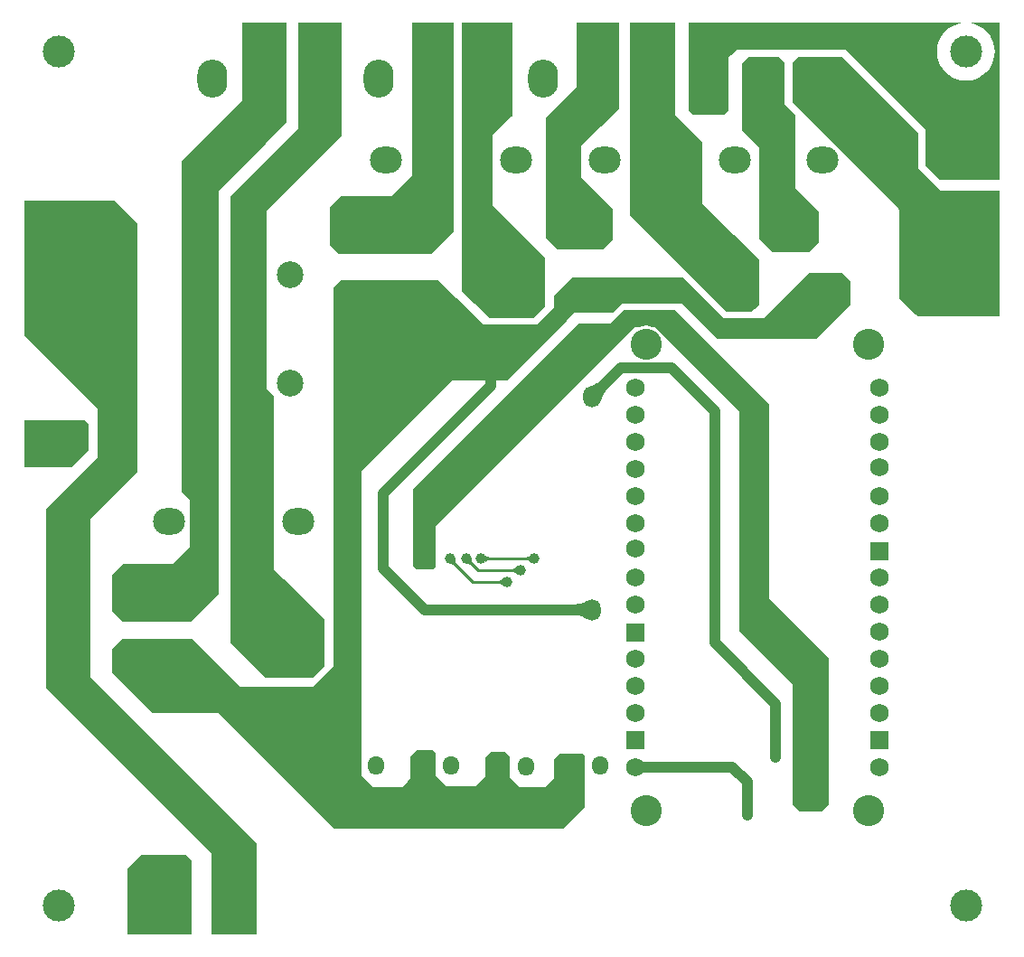
<source format=gbl>
G04 Layer_Physical_Order=2*
G04 Layer_Color=16711680*
%FSLAX44Y44*%
%MOMM*%
G71*
G01*
G75*
%ADD17C,1.0000*%
%ADD18C,0.2540*%
%ADD19C,1.5000*%
%ADD21R,1.7526X1.7526*%
%ADD22C,2.9210*%
%ADD23C,1.7526*%
%ADD24O,1.6510X2.0320*%
%ADD25O,2.7940X3.5560*%
%ADD26C,2.5000*%
%ADD27C,2.2860*%
%ADD28R,2.2860X2.2860*%
%ADD29O,3.0000X2.5000*%
%ADD30R,1.5240X1.7780*%
%ADD31O,1.5240X1.7780*%
%ADD32C,3.0000*%
%ADD33C,1.0000*%
%ADD34C,1.5000*%
G36*
X-8571Y-100500D02*
X-9007Y-100076D01*
X-9441Y-99697D01*
X-9873Y-99363D01*
X-10302Y-99073D01*
X-10730Y-98827D01*
X-11155Y-98627D01*
X-11579Y-98471D01*
X-12000Y-98359D01*
X-12419Y-98292D01*
X-12836Y-98270D01*
Y-95730D01*
X-12419Y-95708D01*
X-12000Y-95641D01*
X-11579Y-95529D01*
X-11155Y-95373D01*
X-10730Y-95173D01*
X-10302Y-94927D01*
X-9873Y-94637D01*
X-9441Y-94303D01*
X-9007Y-93924D01*
X-8571Y-93500D01*
Y-100500D01*
D02*
G37*
G36*
X70409Y-131777D02*
X69450Y-131059D01*
X68414Y-130417D01*
X67300Y-129851D01*
X66109Y-129360D01*
X64842Y-128944D01*
X63497Y-128604D01*
X62074Y-128340D01*
X60575Y-128151D01*
X58998Y-128038D01*
X57344Y-128000D01*
Y-118000D01*
X58998Y-117962D01*
X62074Y-117660D01*
X63497Y-117396D01*
X64842Y-117056D01*
X66109Y-116641D01*
X67300Y-116150D01*
X68414Y-115583D01*
X69450Y-114941D01*
X70409Y-114223D01*
Y-131777D01*
D02*
G37*
G36*
X4429Y-89500D02*
X3993Y-89076D01*
X3559Y-88697D01*
X3127Y-88363D01*
X2698Y-88073D01*
X2270Y-87828D01*
X1845Y-87627D01*
X1421Y-87471D01*
X1000Y-87359D01*
X581Y-87292D01*
X164Y-87270D01*
Y-84730D01*
X581Y-84708D01*
X1000Y-84641D01*
X1421Y-84529D01*
X1845Y-84373D01*
X2270Y-84172D01*
X2698Y-83927D01*
X3127Y-83637D01*
X3559Y-83303D01*
X3993Y-82924D01*
X4429Y-82500D01*
Y-89500D01*
D02*
G37*
G36*
X-37991Y-75658D02*
X-37953Y-76233D01*
X-37884Y-76775D01*
X-37785Y-77284D01*
X-37656Y-77759D01*
X-37497Y-78202D01*
X-37308Y-78612D01*
X-37089Y-78989D01*
X-36840Y-79332D01*
X-36561Y-79643D01*
X-38357Y-81439D01*
X-38668Y-81160D01*
X-39011Y-80911D01*
X-39388Y-80692D01*
X-39798Y-80503D01*
X-40241Y-80344D01*
X-40716Y-80215D01*
X-41225Y-80116D01*
X-41767Y-80047D01*
X-42342Y-80008D01*
X-42950Y-80000D01*
X-38000Y-75050D01*
X-37991Y-75658D01*
D02*
G37*
G36*
X-53128Y-76330D02*
X-53158Y-76877D01*
X-53148Y-77394D01*
X-53099Y-77884D01*
X-53010Y-78346D01*
X-52881Y-78780D01*
X-52712Y-79186D01*
X-52504Y-79564D01*
X-52256Y-79914D01*
X-51968Y-80236D01*
X-54029Y-81767D01*
X-54324Y-81500D01*
X-54656Y-81253D01*
X-55025Y-81025D01*
X-55432Y-80815D01*
X-55876Y-80625D01*
X-56357Y-80453D01*
X-56876Y-80301D01*
X-58026Y-80052D01*
X-58658Y-79957D01*
X-53058Y-75757D01*
X-53128Y-76330D01*
D02*
G37*
G36*
X-211000Y393000D02*
Y334000D01*
X-231000Y314000D01*
X-275000Y270000D01*
Y-86000D01*
Y-108000D01*
X-292000Y-125000D01*
X-301000Y-134000D01*
X-365000D01*
X-366000Y-133000D01*
X-375000Y-124000D01*
Y-97000D01*
Y-90000D01*
X-369000Y-84000D01*
X-365000Y-80000D01*
X-318000D01*
X-312000Y-74000D01*
X-302000Y-64000D01*
Y-32000D01*
Y-20000D01*
X-305000Y-17000D01*
X-310000Y-12000D01*
Y251000D01*
Y297000D01*
X-297000Y310000D01*
X-253000Y354000D01*
Y355000D01*
Y426941D01*
X-211000D01*
Y393000D01*
D02*
G37*
G36*
X-351000Y239000D02*
Y103000D01*
Y6000D01*
X-361000Y-4000D01*
X-395000Y-38000D01*
X-395000Y-186000D01*
X-239000Y-342000D01*
Y-426941D01*
X-282000D01*
Y-351000D01*
X-336000Y-297000D01*
X-437000Y-196000D01*
Y-105000D01*
Y-29000D01*
X-407000Y1000D01*
X-388000Y20000D01*
Y25000D01*
Y65000D01*
X-435000Y112000D01*
X-456941Y133941D01*
Y260000D01*
X-372000D01*
X-351000Y239000D01*
D02*
G37*
G36*
X-304000Y-354000D02*
X-300000Y-358000D01*
Y-380000D01*
Y-426941D01*
X-360000D01*
Y-397000D01*
Y-365000D01*
X-354000Y-359000D01*
X-348000Y-353000D01*
X-305000D01*
X-304000Y-354000D01*
D02*
G37*
G36*
X208000Y103000D02*
X241000Y70000D01*
Y-57000D01*
Y-112000D01*
X263000Y-134000D01*
X297000Y-168000D01*
Y-291000D01*
X297000Y-305000D01*
X290000Y-312000D01*
X272000Y-312000D01*
X269000D01*
X266000Y-309000D01*
X263000Y-306000D01*
Y-281000D01*
Y-193000D01*
X233000Y-163000D01*
X213000Y-143000D01*
Y-55000D01*
Y63000D01*
X186000Y90000D01*
X134000Y142000D01*
X131825D01*
X128571Y142987D01*
X125160Y143323D01*
X121749Y142987D01*
X118495Y142000D01*
X115000D01*
X107000Y134000D01*
X-72000Y-45000D01*
Y-82000D01*
Y-83000D01*
X-74000Y-85000D01*
X-90000D01*
X-93000Y-82000D01*
Y-10000D01*
X-31000Y52000D01*
X62000Y145000D01*
X92000D01*
X105000Y158000D01*
X153000D01*
X208000Y103000D01*
D02*
G37*
G36*
X-160000Y384000D02*
Y321000D01*
X-199000Y282000D01*
X-230000Y251000D01*
Y108000D01*
Y84000D01*
X-229000Y83000D01*
X-223000Y77000D01*
Y-22000D01*
Y-85000D01*
X-214000Y-94000D01*
X-176000Y-132000D01*
Y-149000D01*
Y-176000D01*
X-178000Y-178000D01*
X-187000Y-187000D01*
X-231000D01*
X-234000Y-184000D01*
X-264000Y-154000D01*
X-264000Y264000D01*
X-200000Y328000D01*
Y329000D01*
Y426941D01*
X-160000D01*
Y384000D01*
D02*
G37*
G36*
X121520Y-264481D02*
X121862Y-264674D01*
X122283Y-264844D01*
X122783Y-264992D01*
X123363Y-265117D01*
X124022Y-265219D01*
X125579Y-265355D01*
X127454Y-265400D01*
Y-275400D01*
X126477Y-275411D01*
X124022Y-275581D01*
X123363Y-275683D01*
X122783Y-275808D01*
X122283Y-275956D01*
X121862Y-276126D01*
X121520Y-276319D01*
X121258Y-276534D01*
Y-264266D01*
X121520Y-264481D01*
D02*
G37*
G36*
X-24993Y-71924D02*
X-24559Y-72303D01*
X-24127Y-72637D01*
X-23698Y-72927D01*
X-23270Y-73172D01*
X-22845Y-73373D01*
X-22421Y-73529D01*
X-22000Y-73641D01*
X-21581Y-73708D01*
X-21164Y-73730D01*
Y-76270D01*
X-21581Y-76292D01*
X-22000Y-76359D01*
X-22421Y-76471D01*
X-22845Y-76627D01*
X-23270Y-76828D01*
X-23698Y-77073D01*
X-24127Y-77363D01*
X-24559Y-77697D01*
X-24993Y-78076D01*
X-25429Y-78500D01*
Y-71500D01*
X-24993Y-71924D01*
D02*
G37*
G36*
X255000Y390000D02*
Y389000D01*
Y351000D01*
X257000Y349000D01*
X265000Y341000D01*
Y315000D01*
Y272000D01*
X273000Y264000D01*
X287000Y250000D01*
Y236000D01*
Y221000D01*
X281000Y215000D01*
X278000Y212000D01*
X244000D01*
X241000Y215000D01*
X231000Y225000D01*
Y266000D01*
Y310000D01*
X229000Y312000D01*
X215000Y326000D01*
Y355000D01*
Y389000D01*
X221000Y395000D01*
X250000D01*
X255000Y390000D01*
D02*
G37*
G36*
X153000Y402000D02*
Y340000D01*
X156000Y337000D01*
X178000Y315000D01*
Y299000D01*
Y258000D01*
X208000Y228000D01*
X231000Y205000D01*
Y194000D01*
Y163000D01*
X227000Y159000D01*
X224000Y156000D01*
X201000D01*
X187000Y170000D01*
X110000Y247000D01*
Y362000D01*
Y426941D01*
X153000D01*
Y402000D01*
D02*
G37*
G36*
X100000Y396000D02*
Y347000D01*
X83000Y330000D01*
X65000Y312000D01*
Y301000D01*
Y282000D01*
X78000Y269000D01*
X94000Y253000D01*
Y244000D01*
Y224000D01*
X93000Y223000D01*
X85000Y215000D01*
X42000D01*
X40000Y217000D01*
X32000Y225000D01*
Y266000D01*
X32000Y338000D01*
X60000Y366000D01*
X60000Y426941D01*
X100000D01*
Y396000D01*
D02*
G37*
G36*
X456941Y280000D02*
X400000D01*
X398000Y282000D01*
X387000Y293000D01*
Y321000D01*
Y327000D01*
X343000Y371000D01*
X312000Y402000D01*
X210000D01*
X205000Y397000D01*
X203000Y395000D01*
Y358000D01*
Y345000D01*
X199000Y341000D01*
X169000D01*
X165000Y345000D01*
Y426941D01*
X423192D01*
X420763Y426750D01*
X416631Y425758D01*
X412704Y424132D01*
X409081Y421911D01*
X405849Y419151D01*
X403089Y415919D01*
X400868Y412296D01*
X399242Y408369D01*
X398250Y404237D01*
X397917Y400000D01*
X398250Y395763D01*
X399242Y391631D01*
X400868Y387704D01*
X403089Y384081D01*
X405849Y380849D01*
X409081Y378089D01*
X412704Y375868D01*
X416631Y374242D01*
X420763Y373250D01*
X425000Y372916D01*
X429237Y373250D01*
X433369Y374242D01*
X437296Y375868D01*
X440919Y378089D01*
X444151Y380849D01*
X446911Y384081D01*
X449132Y387704D01*
X450758Y391631D01*
X451750Y395763D01*
X452084Y400000D01*
X451750Y404237D01*
X450758Y408369D01*
X449132Y412296D01*
X446911Y415919D01*
X444151Y419151D01*
X440919Y421911D01*
X437296Y424132D01*
X433369Y425758D01*
X429237Y426750D01*
X426808Y426941D01*
X456941D01*
Y280000D01*
D02*
G37*
G36*
X-55000Y370000D02*
Y231000D01*
X-70000Y216000D01*
X-76000Y210000D01*
X-162000D01*
X-169000Y217000D01*
X-171000Y219000D01*
Y248000D01*
Y254000D01*
X-164000Y261000D01*
X-160000Y265000D01*
X-130000D01*
X-113000Y265000D01*
X-94000Y284000D01*
X-94000Y383000D01*
Y426941D01*
X-55000D01*
Y370000D01*
D02*
G37*
G36*
X362000Y342000D02*
X380000Y324000D01*
Y318000D01*
Y291000D01*
X382000Y289000D01*
X401000Y270000D01*
X456941D01*
Y152000D01*
X380000D01*
X378000Y154000D01*
X363000Y169000D01*
Y172000D01*
Y252000D01*
X271000Y344000D01*
X263000Y352000D01*
Y390000D01*
X268000Y395000D01*
X309000D01*
X362000Y342000D01*
D02*
G37*
G36*
X-397000Y51000D02*
Y39000D01*
Y26000D01*
X-400000Y23000D01*
X-412000Y11000D01*
X-456941D01*
Y55000D01*
X-401000D01*
X-397000Y51000D01*
D02*
G37*
G36*
X17429Y-78500D02*
X16993Y-78076D01*
X16559Y-77697D01*
X16127Y-77363D01*
X15698Y-77073D01*
X15270Y-76828D01*
X14845Y-76627D01*
X14421Y-76471D01*
X14000Y-76359D01*
X13581Y-76292D01*
X13164Y-76270D01*
Y-73730D01*
X13581Y-73708D01*
X14000Y-73641D01*
X14421Y-73529D01*
X14845Y-73373D01*
X15270Y-73172D01*
X15698Y-72927D01*
X16127Y-72637D01*
X16559Y-72303D01*
X16993Y-71924D01*
X17429Y-71500D01*
Y-78500D01*
D02*
G37*
G36*
X90335Y85264D02*
X89314Y84186D01*
X88348Y83052D01*
X87438Y81860D01*
X85786Y79307D01*
X85044Y77946D01*
X83728Y75052D01*
X83154Y73521D01*
X82635Y71932D01*
X73388Y87010D01*
X74410Y87168D01*
X75456Y87440D01*
X76527Y87828D01*
X77621Y88331D01*
X78741Y88950D01*
X79884Y89684D01*
X81052Y90533D01*
X83461Y92577D01*
X84702Y93773D01*
X90335Y85264D01*
D02*
G37*
G36*
X313000Y189000D02*
X317000Y185000D01*
Y183000D01*
Y163000D01*
X295000Y141000D01*
X285000Y131000D01*
X192000D01*
X183000Y140000D01*
X159000Y164000D01*
X103000D01*
X102000Y163000D01*
X94000Y155000D01*
X58000D01*
X51000Y148000D01*
X-5000Y92000D01*
X-56000D01*
X-103000Y45000D01*
X-141000Y7000D01*
Y-265000D01*
Y-278000D01*
X-135000Y-284000D01*
X-130000Y-289000D01*
X-103000D01*
X-98000Y-284000D01*
X-95000Y-281000D01*
Y-275000D01*
Y-260000D01*
X-92000Y-257000D01*
X-89000Y-254000D01*
X-75000D01*
X-72000Y-257000D01*
Y-259000D01*
Y-278000D01*
X-70000Y-280000D01*
X-62000Y-288000D01*
X-34000D01*
X-33000Y-287000D01*
X-25000Y-279000D01*
Y-266000D01*
Y-261000D01*
X-22000Y-258000D01*
X-20000Y-256000D01*
X-7000D01*
X-6000Y-257000D01*
X-2000Y-261000D01*
Y-268000D01*
Y-280000D01*
X3000Y-285000D01*
X7000Y-289000D01*
X31000D01*
X35000Y-285000D01*
X39000Y-281000D01*
Y-278000D01*
Y-263000D01*
X44000Y-258000D01*
X66000D01*
X68000Y-260000D01*
Y-282000D01*
Y-308000D01*
X66000Y-310000D01*
X48000Y-328000D01*
X-167000D01*
X-198000Y-297000D01*
X-275000Y-220000D01*
X-337000D01*
X-351000Y-206000D01*
X-375000Y-182000D01*
Y-178000D01*
Y-160000D01*
X-373000Y-158000D01*
X-365000Y-150000D01*
X-300000D01*
X-255000Y-195000D01*
X-186000D01*
X-173000Y-182000D01*
X-167000Y-176000D01*
Y169000D01*
Y179000D01*
X-160000Y186000D01*
X-69000D01*
X-52000Y169000D01*
X-27000Y144000D01*
X23000D01*
X34000Y155000D01*
X39000Y160000D01*
Y163000D01*
Y171000D01*
X46000Y178000D01*
X56000Y188000D01*
X160000D01*
X166000Y182000D01*
X198000Y150000D01*
X236000D01*
X274000Y188000D01*
X279000Y193000D01*
X309000D01*
X313000Y189000D01*
D02*
G37*
G36*
X0Y368000D02*
Y340000D01*
X-1000Y339000D01*
X-18000Y322000D01*
Y307000D01*
Y256000D01*
X18000Y220000D01*
X31000Y207000D01*
Y189000D01*
Y161000D01*
X26000Y156000D01*
X20000Y150000D01*
X-21000D01*
X-35000Y164000D01*
X-47000Y176000D01*
X-47000Y426941D01*
X0D01*
Y368000D01*
D02*
G37*
D17*
X247000Y-230000D02*
Y-211000D01*
Y-261000D02*
Y-230000D01*
X-20000Y38000D02*
X0D01*
X-152000Y-172000D02*
Y53000D01*
X-20000Y87000D02*
Y113100D01*
X-121000Y-14000D02*
X-20000Y87000D01*
X-121000Y-84000D02*
Y-14000D01*
X-230000Y352000D02*
Y370000D01*
X-290000Y292000D02*
X-230000Y352000D01*
X-290000Y-77000D02*
Y292000D01*
X-316500Y-103500D02*
X-290000Y-77000D01*
X-242000Y266000D02*
X-179200Y328800D01*
X-242000Y-125000D02*
Y266000D01*
Y-125000D02*
X-200000Y-167000D01*
X80000Y344000D02*
Y370000D01*
X51000Y315000D02*
X80000Y344000D01*
X51000Y273000D02*
Y315000D01*
X412000Y171500D02*
Y229000D01*
X285000Y356000D02*
X412000Y229000D01*
X285000Y356000D02*
Y370000D01*
X163000Y217000D02*
Y293000D01*
X130800Y325200D02*
X163000Y293000D01*
X130800Y325200D02*
Y370000D01*
X-121000Y-84000D02*
X-82000Y-123000D01*
X75000D01*
X-52000Y113000D02*
X-51900Y113100D01*
X-92000Y113000D02*
X-52000D01*
X-152000Y53000D02*
X-92000Y113000D01*
X193000Y409000D02*
X332000D01*
X183400Y399400D02*
X193000Y409000D01*
X183400Y375000D02*
Y399400D01*
X412000Y298500D02*
Y329000D01*
X332000Y409000D02*
X412000Y329000D01*
X112000Y150000D02*
X146000D01*
X0Y38000D02*
X112000Y150000D01*
X146000D02*
X227000Y69000D01*
X-65500Y171500D02*
X-27000Y133000D01*
X-20000Y113100D02*
Y133000D01*
X25000D01*
X-27000D02*
X-20000D01*
X25000D02*
X63500Y171500D01*
X-347000Y-103500D02*
X-316500D01*
X183400Y370000D02*
Y375000D01*
X283000Y-296000D02*
Y-177000D01*
X227000Y-121000D02*
X283000Y-177000D01*
X227000Y-121000D02*
Y69000D01*
X-20000Y36900D02*
Y38000D01*
X63500Y171500D02*
X86900D01*
X-81000Y-24100D02*
X-20000Y36900D01*
X-81000Y-75000D02*
Y-24100D01*
X86900Y171500D02*
X165500D01*
X196000Y141000D01*
X190000Y-154000D02*
X247000Y-211000D01*
X190000Y-154000D02*
Y63000D01*
X196000Y141000D02*
X259900D01*
X75000Y77000D02*
X101695Y103695D01*
X149305D01*
X190000Y63000D01*
X220000Y-315000D02*
Y-284000D01*
X206400Y-270400D02*
X220000Y-284000D01*
X115000Y-270400D02*
X206400D01*
X-51900Y113100D02*
X-20000D01*
X51000Y273000D02*
X61500Y262500D01*
X-83000Y-304000D02*
X-11000D01*
X-140000D02*
X-83000D01*
X-82700Y-303700D01*
Y-269000D01*
X-11000Y-304000D02*
X45000D01*
X-12700Y-302300D02*
X-11000Y-304000D01*
X-12700Y-302300D02*
Y-270000D01*
X57300Y-291700D02*
Y-269000D01*
X45000Y-304000D02*
X57300Y-291700D01*
X-152700Y-291300D02*
X-140000Y-304000D01*
X-152700Y-291300D02*
Y-269000D01*
X-177000D02*
X-152700D01*
X-185000Y-261000D02*
X-177000Y-269000D01*
X-185000Y-261000D02*
Y-205000D01*
X-152000Y-172000D01*
X-283600Y-205000D02*
X-185000D01*
X-321600Y-167000D02*
X-283600Y-205000D01*
X259900Y141000D02*
X290400Y171500D01*
X-118100Y171500D02*
X-65500D01*
X251000Y249000D02*
Y313000D01*
X234200Y329800D02*
X251000Y313000D01*
X234200Y329800D02*
Y370000D01*
X251000Y249000D02*
X265000Y235000D01*
X61500Y235000D02*
Y262500D01*
X163000Y217000D02*
X208500Y171500D01*
X-179200Y328800D02*
Y370000D01*
X-39000Y354400D02*
X-23400Y370000D01*
X-39000Y214000D02*
Y354400D01*
Y214000D02*
X3500Y171500D01*
X-143500Y235000D02*
X-107000D01*
X-74200Y267800D01*
Y370000D01*
D18*
X-32000Y-86000D02*
X8000D01*
X-43000Y-75000D02*
X-32000Y-86000D01*
X-43000Y-75000D02*
Y-75000D01*
X-37000Y-97000D02*
X-5000D01*
X-58000Y-76000D02*
X-37000Y-97000D01*
X-58000Y-76000D02*
Y-75000D01*
X-29000D02*
X21000D01*
D19*
X-411600Y163600D02*
X-370000Y122000D01*
Y12000D02*
Y122000D01*
X-410000Y-28000D02*
X-370000Y12000D01*
X-410000Y-186000D02*
X-264600Y-331400D01*
X-410000Y-186000D02*
Y-28000D01*
X-264600Y-370000D02*
Y-331400D01*
X-411600Y163600D02*
Y241600D01*
D21*
X343600Y-68470D02*
D03*
X115000Y-245000D02*
D03*
Y-144670D02*
D03*
X343600Y-245000D02*
D03*
D22*
X333440Y125840D02*
D03*
X125160D02*
D03*
X333440Y-311040D02*
D03*
X125160D02*
D03*
D23*
X115000Y-270400D02*
D03*
Y-168800D02*
D03*
Y-194200D02*
D03*
Y-219600D02*
D03*
Y-118000D02*
D03*
Y-92600D02*
D03*
Y-65930D02*
D03*
Y85200D02*
D03*
Y59800D02*
D03*
Y34400D02*
D03*
Y9000D02*
D03*
Y-16400D02*
D03*
Y-41800D02*
D03*
X343600Y-270400D02*
D03*
Y-168800D02*
D03*
Y-194200D02*
D03*
Y-219600D02*
D03*
Y-143400D02*
D03*
Y-118000D02*
D03*
Y-92600D02*
D03*
Y85200D02*
D03*
Y59800D02*
D03*
Y34400D02*
D03*
Y10270D02*
D03*
Y-16400D02*
D03*
Y-41800D02*
D03*
D24*
X75000Y-123000D02*
D03*
Y77000D02*
D03*
D25*
X234200Y375000D02*
D03*
X285000D02*
D03*
X183400D02*
D03*
X80000D02*
D03*
X130800D02*
D03*
X29200D02*
D03*
X-74200D02*
D03*
X-23400D02*
D03*
X-125000D02*
D03*
X-230000D02*
D03*
X-179200D02*
D03*
X-280800D02*
D03*
X-264600Y-374000D02*
D03*
X-315400D02*
D03*
D26*
X-208400Y190800D02*
D03*
Y89200D02*
D03*
X-411600Y38400D02*
D03*
Y241600D02*
D03*
D27*
X-20000Y36900D02*
D03*
D28*
Y113100D02*
D03*
D29*
X-200000Y-167000D02*
D03*
Y-40000D02*
D03*
X-321600Y-167000D02*
D03*
Y-40000D02*
D03*
X-347000Y-103500D02*
D03*
X3500Y171500D02*
D03*
Y298500D02*
D03*
X-118100Y171500D02*
D03*
Y298500D02*
D03*
X-143500Y235000D02*
D03*
X208500Y171500D02*
D03*
Y298500D02*
D03*
X86900Y171500D02*
D03*
Y298500D02*
D03*
X61500Y235000D02*
D03*
X412000Y171500D02*
D03*
Y298500D02*
D03*
X290400Y171500D02*
D03*
Y298500D02*
D03*
X265000Y235000D02*
D03*
D30*
X-152700Y-269000D02*
D03*
X-82700D02*
D03*
X-12700Y-270000D02*
D03*
X57300Y-269000D02*
D03*
D31*
X-127300D02*
D03*
X-57300D02*
D03*
X12700Y-270000D02*
D03*
X82700Y-269000D02*
D03*
D32*
X-425000Y400000D02*
D03*
X425000D02*
D03*
X-425000Y-400000D02*
D03*
X425000D02*
D03*
D33*
X247000Y-230000D02*
D03*
Y-261000D02*
D03*
X-352000Y-388000D02*
D03*
Y-368000D02*
D03*
Y-408000D02*
D03*
X-330000D02*
D03*
X-307000D02*
D03*
X-419000Y18000D02*
D03*
X-433000Y32000D02*
D03*
X-445000Y18000D02*
D03*
Y46000D02*
D03*
X270000Y-296000D02*
D03*
X283000D02*
D03*
X220000Y-315000D02*
D03*
X-151999Y-156999D02*
D03*
X-58000Y-75000D02*
D03*
X-5000Y-97000D02*
D03*
X8000Y-86000D02*
D03*
X21000Y-75000D02*
D03*
X-43000D02*
D03*
X-29000D02*
D03*
D34*
X-81000D02*
D03*
M02*

</source>
